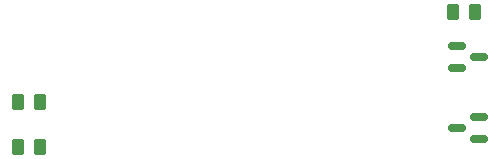
<source format=gtp>
%TF.GenerationSoftware,KiCad,Pcbnew,7.0.7*%
%TF.CreationDate,2023-10-31T08:07:36-06:00*%
%TF.ProjectId,RatGDO-OpenSource-D1Mini-ESP32,52617447-444f-42d4-9f70-656e536f7572,rev?*%
%TF.SameCoordinates,Original*%
%TF.FileFunction,Paste,Top*%
%TF.FilePolarity,Positive*%
%FSLAX46Y46*%
G04 Gerber Fmt 4.6, Leading zero omitted, Abs format (unit mm)*
G04 Created by KiCad (PCBNEW 7.0.7) date 2023-10-31 08:07:36*
%MOMM*%
%LPD*%
G01*
G04 APERTURE LIST*
G04 Aperture macros list*
%AMRoundRect*
0 Rectangle with rounded corners*
0 $1 Rounding radius*
0 $2 $3 $4 $5 $6 $7 $8 $9 X,Y pos of 4 corners*
0 Add a 4 corners polygon primitive as box body*
4,1,4,$2,$3,$4,$5,$6,$7,$8,$9,$2,$3,0*
0 Add four circle primitives for the rounded corners*
1,1,$1+$1,$2,$3*
1,1,$1+$1,$4,$5*
1,1,$1+$1,$6,$7*
1,1,$1+$1,$8,$9*
0 Add four rect primitives between the rounded corners*
20,1,$1+$1,$2,$3,$4,$5,0*
20,1,$1+$1,$4,$5,$6,$7,0*
20,1,$1+$1,$6,$7,$8,$9,0*
20,1,$1+$1,$8,$9,$2,$3,0*%
G04 Aperture macros list end*
%ADD10RoundRect,0.250000X0.262500X0.450000X-0.262500X0.450000X-0.262500X-0.450000X0.262500X-0.450000X0*%
%ADD11RoundRect,0.150000X-0.587500X-0.150000X0.587500X-0.150000X0.587500X0.150000X-0.587500X0.150000X0*%
%ADD12RoundRect,0.150000X0.587500X0.150000X-0.587500X0.150000X-0.587500X-0.150000X0.587500X-0.150000X0*%
%ADD13RoundRect,0.250000X-0.262500X-0.450000X0.262500X-0.450000X0.262500X0.450000X-0.262500X0.450000X0*%
G04 APERTURE END LIST*
D10*
%TO.C,R3*%
X160932500Y-71120000D03*
X159107500Y-71120000D03*
%TD*%
D11*
%TO.C,Q2*%
X159415000Y-73980000D03*
X159415000Y-75880000D03*
X161290000Y-74930000D03*
%TD*%
D12*
%TO.C,Q1*%
X161290000Y-81910000D03*
X161290000Y-80010000D03*
X159415000Y-80960000D03*
%TD*%
D10*
%TO.C,R2*%
X124102500Y-78740000D03*
X122277500Y-78740000D03*
%TD*%
D13*
%TO.C,R1*%
X122277500Y-82550000D03*
X124102500Y-82550000D03*
%TD*%
M02*

</source>
